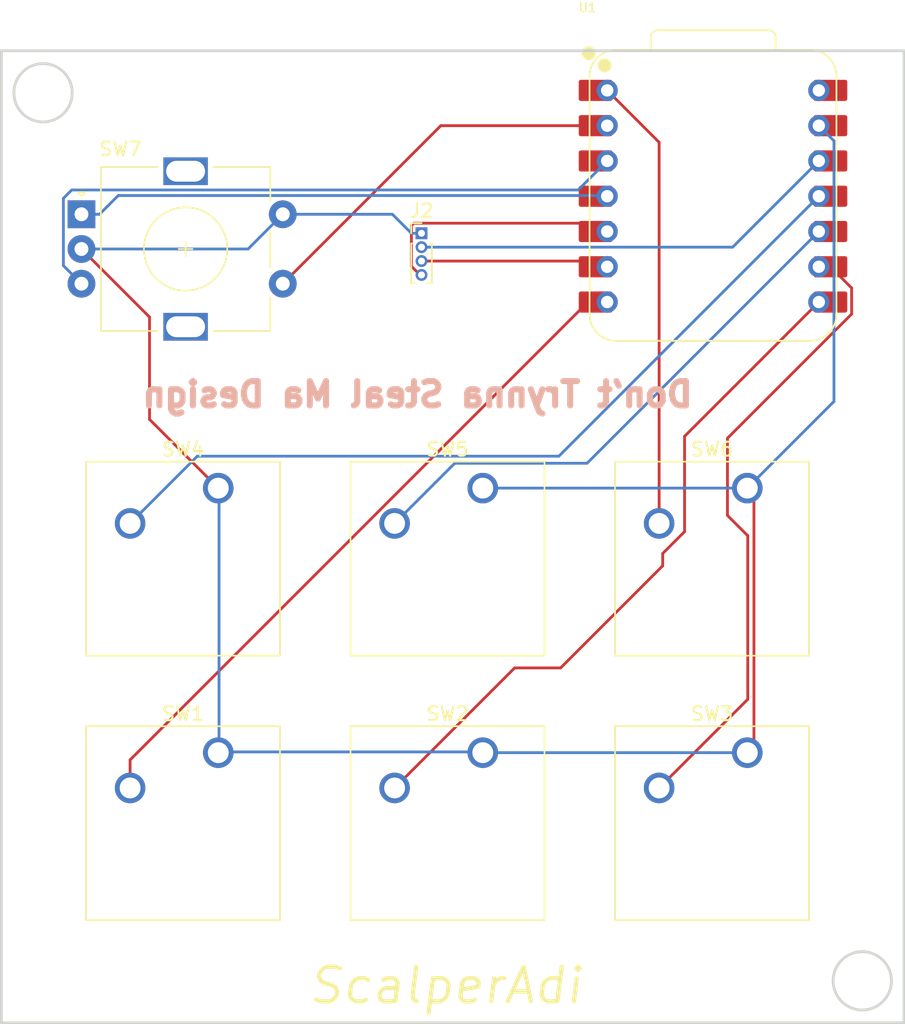
<source format=kicad_pcb>
(kicad_pcb (version 20241229) (generator "pcbnew") (generator_version "9.0")
  (layers (0 "F.Cu" signal) (2 "B.Cu" signal) (13 "F.Paste" user) (15 "B.Paste" user) (5 "F.SilkS" user "F.Silkscreen") (7 "B.SilkS" user "B.Silkscreen") (1 "F.Mask" user) (3 "B.Mask" user) (25 "Edge.Cuts" user))
  (net 0 "")
  (net 1 "VCC")
  (net 2 "GND")
  (net 3 "SCL")
  (net 4 "SDA")
  (net 5 "SW1")
  (net 6 "SW2")
  (net 7 "SW3")
  (net 8 "SW4")
  (net 9 "SW5")
  (net 10 "SW6")
  (net 11 "SWB")
  (net 12 "SWA")
  (net 13 "S1")
  (footprint "Button_Switch_Keyboard:SW_Cherry_MX_1.00u_PCB" (layer "F.Cu") (at 149.6695 109.22)
    (property "Reference" "SW5" (at -2.54 -2.794 0) (layer "F.SilkS"))
    (property "Value" "SW_Push")
    (fp_line (start -9.525 -1.905) (end 4.445 -1.905) (stroke (width 0.12)) (layer "F.SilkS"))
    (fp_line (start -9.525 12.065) (end -9.525 -1.905) (stroke (width 0.12)) (layer "F.SilkS"))
    (fp_line (start 4.445 -1.905) (end 4.445 12.065) (stroke (width 0.12)) (layer "F.SilkS"))
    (fp_line (start 4.445 12.065) (end -9.525 12.065) (stroke (width 0.12)) (layer "F.SilkS"))
    (pad "" np_thru_hole circle (at -7.62 5.08) (size 1.7 1.7) (drill 1.7) (layers "*.Cu" "*.Mask"))
    (pad "" np_thru_hole circle (at -2.54 5.08) (size 4 4) (drill 4) (layers "*.Cu" "*.Mask"))
    (pad "" np_thru_hole circle (at 2.54 5.08) (size 1.7 1.7) (drill 1.7) (layers "*.Cu" "*.Mask"))
    (pad "1" thru_hole circle (at 0 0) (size 2.2 2.2) (drill 1.5) (layers "*.Cu" "*.Mask") (net 2 "GND"))
    (pad "2" thru_hole circle (at -6.35 2.54) (size 2.2 2.2) (drill 1.5) (layers "*.Cu" "*.Mask") (net 9 "SW5"))
  )
  (footprint "Button_Switch_Keyboard:SW_Cherry_MX_1.00u_PCB" (layer "F.Cu") (at 168.7195 128.27)
    (property "Reference" "SW3" (at -2.54 -2.794 0) (layer "F.SilkS"))
    (property "Value" "SW_Push")
    (fp_line (start -9.525 -1.905) (end 4.445 -1.905) (stroke (width 0.12)) (layer "F.SilkS"))
    (fp_line (start -9.525 12.065) (end -9.525 -1.905) (stroke (width 0.12)) (layer "F.SilkS"))
    (fp_line (start 4.445 -1.905) (end 4.445 12.065) (stroke (width 0.12)) (layer "F.SilkS"))
    (fp_line (start 4.445 12.065) (end -9.525 12.065) (stroke (width 0.12)) (layer "F.SilkS"))
    (pad "" np_thru_hole circle (at -7.62 5.08) (size 1.7 1.7) (drill 1.7) (layers "*.Cu" "*.Mask"))
    (pad "" np_thru_hole circle (at -2.54 5.08) (size 4 4) (drill 4) (layers "*.Cu" "*.Mask"))
    (pad "" np_thru_hole circle (at 2.54 5.08) (size 1.7 1.7) (drill 1.7) (layers "*.Cu" "*.Mask"))
    (pad "1" thru_hole circle (at 0 0) (size 2.2 2.2) (drill 1.5) (layers "*.Cu" "*.Mask") (net 2 "GND"))
    (pad "2" thru_hole circle (at -6.35 2.54) (size 2.2 2.2) (drill 1.5) (layers "*.Cu" "*.Mask") (net 7 "SW3"))
  )
  (footprint "Connector_PinHeader_1.00mm:PinHeader_1x04_P1.00mm_Vertical" (layer "F.Cu") (at 145.2563 90.8687)
    (property "Reference" "J2" (at 0 -1.61 0) (layer "F.SilkS"))
    (property "Value" "Conn_01x04_Pin")
    (fp_line (start -0.745 -0.735) (end 0 -0.735) (stroke (width 0.12)) (layer "F.SilkS"))
    (fp_line (start -0.745 0) (end -0.745 -0.735) (stroke (width 0.12)) (layer "F.SilkS"))
    (fp_line (start -0.745 0.735) (end -0.745 3.61) (stroke (width 0.12)) (layer "F.SilkS"))
    (fp_line (start -0.745 0.735) (end -0.685565 0.735) (stroke (width 0.12)) (layer "F.SilkS"))
    (fp_line (start -0.745 3.61) (end -0.41003 3.61) (stroke (width 0.12)) (layer "F.SilkS"))
    (fp_line (start 0.41003 3.61) (end 0.745 3.61) (stroke (width 0.12)) (layer "F.SilkS"))
    (fp_line (start 0.685565 0.735) (end 0.745 0.735) (stroke (width 0.12)) (layer "F.SilkS"))
    (fp_line (start 0.745 0.735) (end 0.745 3.61) (stroke (width 0.12)) (layer "F.SilkS"))
    (pad "1" thru_hole rect (at 0 0) (size 0.85 0.85) (drill 0.5) (layers "*.Cu" "*.Mask") (net 2 "GND"))
    (pad "2" thru_hole circle (at 0 1) (size 0.85 0.85) (drill 0.5) (layers "*.Cu" "*.Mask") (net 1 "VCC"))
    (pad "3" thru_hole circle (at 0 2) (size 0.85 0.85) (drill 0.5) (layers "*.Cu" "*.Mask") (net 3 "SCL"))
    (pad "4" thru_hole circle (at 0 3) (size 0.85 0.85) (drill 0.5) (layers "*.Cu" "*.Mask") (net 4 "SDA"))
  )
  (footprint "Button_Switch_Keyboard:SW_Cherry_MX_1.00u_PCB" (layer "F.Cu") (at 130.6195 128.27)
    (property "Reference" "SW1" (at -2.54 -2.794 0) (layer "F.SilkS"))
    (property "Value" "SW_Push")
    (fp_line (start -9.525 -1.905) (end 4.445 -1.905) (stroke (width 0.12)) (layer "F.SilkS"))
    (fp_line (start -9.525 12.065) (end -9.525 -1.905) (stroke (width 0.12)) (layer "F.SilkS"))
    (fp_line (start 4.445 -1.905) (end 4.445 12.065) (stroke (width 0.12)) (layer "F.SilkS"))
    (fp_line (start 4.445 12.065) (end -9.525 12.065) (stroke (width 0.12)) (layer "F.SilkS"))
    (pad "" np_thru_hole circle (at -7.62 5.08) (size 1.7 1.7) (drill 1.7) (layers "*.Cu" "*.Mask"))
    (pad "" np_thru_hole circle (at -2.54 5.08) (size 4 4) (drill 4) (layers "*.Cu" "*.Mask"))
    (pad "" np_thru_hole circle (at 2.54 5.08) (size 1.7 1.7) (drill 1.7) (layers "*.Cu" "*.Mask"))
    (pad "1" thru_hole circle (at 0 0) (size 2.2 2.2) (drill 1.5) (layers "*.Cu" "*.Mask") (net 2 "GND"))
    (pad "2" thru_hole circle (at -6.35 2.54) (size 2.2 2.2) (drill 1.5) (layers "*.Cu" "*.Mask") (net 5 "SW1"))
  )
  (footprint "Button_Switch_Keyboard:SW_Cherry_MX_1.00u_PCB" (layer "F.Cu") (at 168.7195 109.22)
    (property "Reference" "SW6" (at -2.54 -2.794 0) (layer "F.SilkS"))
    (property "Value" "SW_Push")
    (fp_line (start -9.525 -1.905) (end 4.445 -1.905) (stroke (width 0.12)) (layer "F.SilkS"))
    (fp_line (start -9.525 12.065) (end -9.525 -1.905) (stroke (width 0.12)) (layer "F.SilkS"))
    (fp_line (start 4.445 -1.905) (end 4.445 12.065) (stroke (width 0.12)) (layer "F.SilkS"))
    (fp_line (start 4.445 12.065) (end -9.525 12.065) (stroke (width 0.12)) (layer "F.SilkS"))
    (pad "" np_thru_hole circle (at -7.62 5.08) (size 1.7 1.7) (drill 1.7) (layers "*.Cu" "*.Mask"))
    (pad "" np_thru_hole circle (at -2.54 5.08) (size 4 4) (drill 4) (layers "*.Cu" "*.Mask"))
    (pad "" np_thru_hole circle (at 2.54 5.08) (size 1.7 1.7) (drill 1.7) (layers "*.Cu" "*.Mask"))
    (pad "1" thru_hole circle (at 0 0) (size 2.2 2.2) (drill 1.5) (layers "*.Cu" "*.Mask") (net 2 "GND"))
    (pad "2" thru_hole circle (at -6.35 2.54) (size 2.2 2.2) (drill 1.5) (layers "*.Cu" "*.Mask") (net 10 "SW6"))
  )
  (footprint "OPL:XIAO-RP2040-DIP" (layer "F.Cu") (at 166.25 88.2)
    (property "Reference" "U1" (at -9.04 -13.58 0) (layer "F.SilkS") (effects (font (size 0.635 0.635) (thickness 0.1016))))
    (property "Value" "XIAO-RP2040-DIP")
    (fp_line (start -8.89 8.509) (end -8.89 -8.636) (stroke (width 0.127)) (layer "F.SilkS"))
    (fp_line (start -6.985 10.414) (end 6.985 10.414) (stroke (width 0.127)) (layer "F.SilkS"))
    (fp_line (start -4.495 -10.541) (end -4.491272 -11.451272) (stroke (width 0.127)) (layer "F.SilkS"))
    (fp_line (start -3.991272 -11.951) (end 4.004 -11.951) (stroke (width 0.127)) (layer "F.SilkS"))
    (fp_line (start 4.504 -11.451) (end 4.504 -10.541) (stroke (width 0.127)) (layer "F.SilkS"))
    (fp_line (start 6.985 -10.541) (end -6.985 -10.541) (stroke (width 0.1)) (layer "F.SilkS"))
    (fp_line (start 6.985 -10.541) (end -6.985 -10.541) (stroke (width 0.127)) (layer "F.SilkS"))
    (fp_line (start 8.89 8.509) (end 8.89 -8.636) (stroke (width 0.127)) (layer "F.SilkS"))
    (fp_arc (start -8.89 -8.636) (mid -8.332038 -9.983038) (end -6.985 -10.541) (stroke (width 0.127)) (layer "F.SilkS"))
    (fp_arc (start -6.985 10.414) (mid -8.332038 9.856038) (end -8.89 8.509) (stroke (width 0.127)) (layer "F.SilkS"))
    (fp_arc (start -4.491272 -11.451272) (mid -4.344728 -11.80464) (end -3.991272 -11.951) (stroke (width 0.127)) (layer "F.SilkS"))
    (fp_arc (start 4.004 -11.951) (mid 4.357553 -11.804553) (end 4.504 -11.451) (stroke (width 0.127)) (layer "F.SilkS"))
    (fp_arc (start 6.985 -10.541) (mid 8.332038 -9.983038) (end 8.89 -8.636) (stroke (width 0.127)) (layer "F.SilkS"))
    (fp_arc (start 8.89 8.509) (mid 8.332038 9.856038) (end 6.985 10.414) (stroke (width 0.127)) (layer "F.SilkS"))
    (fp_circle (center -8.95 -10.3) (end -8.95 -10.554) (stroke (width 0.5)) (fill yes) (layer "F.SilkS"))
    (fp_circle (center -7.807 -9.42) (end -7.807 -9.674) (stroke (width 0.5)) (fill yes) (layer "F.SilkS"))
    (pad "1" smd roundrect (at -8.455 -7.62 180) (size 2.432 1.524) (layers "F.Cu" "F.Mask") (roundrect_rratio 0.1) (net 10 "SW6"))
    (pad "1" thru_hole circle (at -7.62 -7.62 180) (size 1.524 1.524) (drill 0.889) (layers "*.Cu" "*.Mask") (net 10 "SW6"))
    (pad "2" smd roundrect (at -8.455 -5.08 180) (size 2.432 1.524) (layers "F.Cu" "F.Mask") (roundrect_rratio 0.1) (net 13 "S1"))
    (pad "2" thru_hole circle (at -7.62 -5.08 180) (size 1.524 1.524) (drill 0.889) (layers "*.Cu" "*.Mask") (net 13 "S1"))
    (pad "3" smd roundrect (at -8.455 -2.54 180) (size 2.432 1.524) (layers "F.Cu" "F.Mask") (roundrect_rratio 0.1) (net 11 "SWB"))
    (pad "3" thru_hole circle (at -7.62 -2.54 180) (size 1.524 1.524) (drill 0.889) (layers "*.Cu" "*.Mask") (net 11 "SWB"))
    (pad "4" smd roundrect (at -8.455 0 180) (size 2.432 1.524) (layers "F.Cu" "F.Mask") (roundrect_rratio 0.1) (net 12 "SWA"))
    (pad "4" thru_hole circle (at -7.62 0 180) (size 1.524 1.524) (drill 0.889) (layers "*.Cu" "*.Mask") (net 12 "SWA"))
    (pad "5" smd roundrect (at -8.455 2.54 180) (size 2.432 1.524) (layers "F.Cu" "F.Mask") (roundrect_rratio 0.1) (net 4 "SDA"))
    (pad "5" thru_hole circle (at -7.62 2.54 180) (size 1.524 1.524) (drill 0.889) (layers "*.Cu" "*.Mask") (net 4 "SDA"))
    (pad "6" smd roundrect (at -8.455 5.08 180) (size 2.432 1.524) (layers "F.Cu" "F.Mask") (roundrect_rratio 0.1) (net 3 "SCL"))
    (pad "6" thru_hole circle (at -7.62 5.08 180) (size 1.524 1.524) (drill 0.889) (layers "*.Cu" "*.Mask") (net 3 "SCL"))
    (pad "7" smd roundrect (at -8.455 7.62 180) (size 2.432 1.524) (layers "F.Cu" "F.Mask") (roundrect_rratio 0.1) (net 5 "SW1"))
    (pad "7" thru_hole circle (at -7.62 7.62 180) (size 1.524 1.524) (drill 0.889) (layers "*.Cu" "*.Mask") (net 5 "SW1"))
    (pad "8" thru_hole circle (at 7.62 7.62) (size 1.524 1.524) (drill 0.889) (layers "*.Cu" "*.Mask") (net 6 "SW2"))
    (pad "8" smd roundrect (at 8.455 7.62) (size 2.432 1.524) (layers "F.Cu" "F.Mask") (roundrect_rratio 0.1) (net 6 "SW2"))
    (pad "9" thru_hole circle (at 7.62 5.08) (size 1.524 1.524) (drill 0.889) (layers "*.Cu" "*.Mask") (net 7 "SW3"))
    (pad "9" smd roundrect (at 8.455 5.08) (size 2.432 1.524) (layers "F.Cu" "F.Mask") (roundrect_rratio 0.1) (net 7 "SW3"))
    (pad "10" thru_hole circle (at 7.62 2.54) (size 1.524 1.524) (drill 0.889) (layers "*.Cu" "*.Mask") (net 9 "SW5"))
    (pad "10" smd roundrect (at 8.455 2.54) (size 2.432 1.524) (layers "F.Cu" "F.Mask") (roundrect_rratio 0.1) (net 9 "SW5"))
    (pad "11" thru_hole circle (at 7.62 0) (size 1.524 1.524) (drill 0.889) (layers "*.Cu" "*.Mask") (net 8 "SW4"))
    (pad "11" smd roundrect (at 8.455 0) (size 2.432 1.524) (layers "F.Cu" "F.Mask") (roundrect_rratio 0.1) (net 8 "SW4"))
    (pad "12" thru_hole circle (at 7.62 -2.54) (size 1.524 1.524) (drill 0.889) (layers "*.Cu" "*.Mask") (net 1 "VCC"))
    (pad "12" smd roundrect (at 8.455 -2.54) (size 2.432 1.524) (layers "F.Cu" "F.Mask") (roundrect_rratio 0.1) (net 1 "VCC"))
    (pad "13" thru_hole circle (at 7.62 -5.08) (size 1.524 1.524) (drill 0.889) (layers "*.Cu" "*.Mask") (net 2 "GND"))
    (pad "13" smd roundrect (at 8.455 -5.08) (size 2.432 1.524) (layers "F.Cu" "F.Mask") (roundrect_rratio 0.1) (net 2 "GND"))
    (pad "14" thru_hole circle (at 7.62 -7.62) (size 1.524 1.524) (drill 0.889) (layers "*.Cu" "*.Mask"))
    (pad "14" smd roundrect (at 8.455 -7.62) (size 2.432 1.524) (layers "F.Cu" "F.Mask") (roundrect_rratio 0.1))
  )
  (footprint "Button_Switch_Keyboard:SW_Cherry_MX_1.00u_PCB" (layer "F.Cu") (at 149.6695 128.27)
    (property "Reference" "SW2" (at -2.54 -2.794 0) (layer "F.SilkS"))
    (property "Value" "SW_Push")
    (fp_line (start -9.525 -1.905) (end 4.445 -1.905) (stroke (width 0.12)) (layer "F.SilkS"))
    (fp_line (start -9.525 12.065) (end -9.525 -1.905) (stroke (width 0.12)) (layer "F.SilkS"))
    (fp_line (start 4.445 -1.905) (end 4.445 12.065) (stroke (width 0.12)) (layer "F.SilkS"))
    (fp_line (start 4.445 12.065) (end -9.525 12.065) (stroke (width 0.12)) (layer "F.SilkS"))
    (pad "" np_thru_hole circle (at -7.62 5.08) (size 1.7 1.7) (drill 1.7) (layers "*.Cu" "*.Mask"))
    (pad "" np_thru_hole circle (at -2.54 5.08) (size 4 4) (drill 4) (layers "*.Cu" "*.Mask"))
    (pad "" np_thru_hole circle (at 2.54 5.08) (size 1.7 1.7) (drill 1.7) (layers "*.Cu" "*.Mask"))
    (pad "1" thru_hole circle (at 0 0) (size 2.2 2.2) (drill 1.5) (layers "*.Cu" "*.Mask") (net 2 "GND"))
    (pad "2" thru_hole circle (at -6.35 2.54) (size 2.2 2.2) (drill 1.5) (layers "*.Cu" "*.Mask") (net 6 "SW2"))
  )
  (footprint "Button_Switch_Keyboard:SW_Cherry_MX_1.00u_PCB" (layer "F.Cu") (at 130.6195 109.22)
    (property "Reference" "SW4" (at -2.54 -2.794 0) (layer "F.SilkS"))
    (property "Value" "SW_Push")
    (fp_line (start -9.525 -1.905) (end 4.445 -1.905) (stroke (width 0.12)) (layer "F.SilkS"))
    (fp_line (start -9.525 12.065) (end -9.525 -1.905) (stroke (width 0.12)) (layer "F.SilkS"))
    (fp_line (start 4.445 -1.905) (end 4.445 12.065) (stroke (width 0.12)) (layer "F.SilkS"))
    (fp_line (start 4.445 12.065) (end -9.525 12.065) (stroke (width 0.12)) (layer "F.SilkS"))
    (pad "" np_thru_hole circle (at -7.62 5.08) (size 1.7 1.7) (drill 1.7) (layers "*.Cu" "*.Mask"))
    (pad "" np_thru_hole circle (at -2.54 5.08) (size 4 4) (drill 4) (layers "*.Cu" "*.Mask"))
    (pad "" np_thru_hole circle (at 2.54 5.08) (size 1.7 1.7) (drill 1.7) (layers "*.Cu" "*.Mask"))
    (pad "1" thru_hole circle (at 0 0) (size 2.2 2.2) (drill 1.5) (layers "*.Cu" "*.Mask") (net 2 "GND"))
    (pad "2" thru_hole circle (at -6.35 2.54) (size 2.2 2.2) (drill 1.5) (layers "*.Cu" "*.Mask") (net 8 "SW4"))
  )
  (footprint "ENCODER:RotaryEncoder_Alps_EC11E-Switch_Vertical_H20mm" (layer "F.Cu") (at 120.766 89.5)
    (property "Reference" "SW7" (at 2.8 -4.7 0) (layer "F.SilkS"))
    (property "Value" "RotaryEncoder_Switch")
    (fp_line (start -0.3 -1.6) (end 0.3 -1.6) (stroke (width 0.12)) (layer "F.SilkS"))
    (fp_line (start 0 -1.3) (end -0.3 -1.6) (stroke (width 0.12)) (layer "F.SilkS"))
    (fp_line (start 0.3 -1.6) (end 0 -1.3) (stroke (width 0.12)) (layer "F.SilkS"))
    (fp_line (start 1.4 -3.4) (end 1.4 8.4) (stroke (width 0.12)) (layer "F.SilkS"))
    (fp_line (start 5.5 -3.4) (end 1.4 -3.4) (stroke (width 0.12)) (layer "F.SilkS"))
    (fp_line (start 5.5 8.4) (end 1.4 8.4) (stroke (width 0.12)) (layer "F.SilkS"))
    (fp_line (start 7 2.5) (end 8 2.5) (stroke (width 0.12)) (layer "F.SilkS"))
    (fp_line (start 7.5 2) (end 7.5 3) (stroke (width 0.12)) (layer "F.SilkS"))
    (fp_line (start 9.5 -3.4) (end 13.6 -3.4) (stroke (width 0.12)) (layer "F.SilkS"))
    (fp_line (start 13.6 -3.4) (end 13.6 -1) (stroke (width 0.12)) (layer "F.SilkS"))
    (fp_line (start 13.6 1.2) (end 13.6 3.8) (stroke (width 0.12)) (layer "F.SilkS"))
    (fp_line (start 13.6 6) (end 13.6 8.4) (stroke (width 0.12)) (layer "F.SilkS"))
    (fp_line (start 13.6 8.4) (end 9.5 8.4) (stroke (width 0.12)) (layer "F.SilkS"))
    (fp_circle (center 7.5 2.5) (end 10.5 2.5) (stroke (width 0.12)) (fill no) (layer "F.SilkS"))
    (pad "A" thru_hole rect (at 0 0) (size 2 2) (drill 1) (layers "*.Cu" "*.Mask") (net 12 "SWA"))
    (pad "B" thru_hole circle (at 0 5) (size 2 2) (drill 1) (layers "*.Cu" "*.Mask") (net 11 "SWB"))
    (pad "C" thru_hole circle (at 0 2.5) (size 2 2) (drill 1) (layers "*.Cu" "*.Mask") (net 2 "GND"))
    (pad "MP" thru_hole rect (at 7.5 -3.1) (size 3.2 2) (drill oval 2.8 1.5) (layers "*.Cu" "*.Mask"))
    (pad "MP" thru_hole rect (at 7.5 8.1) (size 3.2 2) (drill oval 2.8 1.5) (layers "*.Cu" "*.Mask"))
    (pad "S1" thru_hole circle (at 14.5 5) (size 2 2) (drill 1) (layers "*.Cu" "*.Mask") (net 13 "S1"))
    (pad "S2" thru_hole circle (at 14.5 0) (size 2 2) (drill 1) (layers "*.Cu" "*.Mask") (net 2 "GND"))
  )
  (gr_circle (center 118 80.75) (end 120.1 80.75) (stroke (width 0.2)) (fill no) (layer "Edge.Cuts"))
  (gr_circle (center 177 144.7) (end 179.1 144.7) (stroke (width 0.2)) (fill no) (layer "Edge.Cuts"))
  (gr_rect (start 115 77.724) (end 180 147.724) (stroke (width 0.2)) (fill no) (layer "Edge.Cuts"))
  (gr_text "ScalperAdi" (at 137 146.5 0) (layer "F.SilkS") (effects (font (size 2.5 2.5) (thickness 0.3) (bold yes) (italic yes)) (justify left bottom)))
  (gr_text "Don't Trynna Steal Ma Design" (at 165 103.5 0) (layer "B.SilkS") (effects (font (size 1.75 1.75) (thickness 0.4375) (bold yes)) (justify left bottom mirror)))
  (segment (start 174.705 85.66) (end 173.87 85.66) (width 0.2) (layer "F.Cu") (net 1))
  (segment (start 173.87 85.66) (end 167.6613 91.8687) (width 0.2) (layer "B.Cu") (net 1))
  (segment (start 167.6613 91.8687) (end 145.2563 91.8687) (width 0.2) (layer "B.Cu") (net 1))
  (segment (start 169.1975 127.792) (end 169.1975 109.698) (width 0.2) (layer "F.Cu") (net 2))
  (segment (start 120.766 92) (end 125.6697 96.9037) (width 0.2) (layer "F.Cu") (net 2))
  (segment (start 168.7195 128.27) (end 169.1975 127.792) (width 0.2) (layer "F.Cu") (net 2))
  (segment (start 125.6697 104.2702) (end 130.6195 109.22) (width 0.2) (layer "F.Cu") (net 2))
  (segment (start 173.87 83.12) (end 174.705 83.12) (width 0.2) (layer "F.Cu") (net 2))
  (segment (start 125.6697 96.9037) (end 125.6697 104.2702) (width 0.2) (layer "F.Cu") (net 2))
  (segment (start 169.1975 109.698) (end 168.7195 109.22) (width 0.2) (layer "F.Cu") (net 2))
  (segment (start 149.6695 128.27) (end 168.7195 128.27) (width 0.2) (layer "B.Cu") (net 2))
  (segment (start 149.6147 128.2152) (end 149.6695 128.27) (width 0.2) (layer "B.Cu") (net 2))
  (segment (start 130.6195 109.22) (end 130.6743 109.2748) (width 0.2) (layer "B.Cu") (net 2))
  (segment (start 168.7195 109.22) (end 149.6695 109.22) (width 0.2) (layer "B.Cu") (net 2))
  (segment (start 120.766 92) (end 132.766 92) (width 0.2) (layer "B.Cu") (net 2))
  (segment (start 132.766 92) (end 135.266 89.5) (width 0.2) (layer "B.Cu") (net 2))
  (segment (start 135.266 89.5) (end 143.1625 89.5) (width 0.2) (layer "B.Cu") (net 2))
  (segment (start 174.9603 102.9792) (end 168.7195 109.22) (width 0.2) (layer "B.Cu") (net 2))
  (segment (start 174.9603 84.2103) (end 174.9603 102.9792) (width 0.2) (layer "B.Cu") (net 2))
  (segment (start 130.6743 109.2748) (end 130.6743 128.2152) (width 0.2) (layer "B.Cu") (net 2))
  (segment (start 143.1625 89.5) (end 144.5312 90.8687) (width 0.2) (layer "B.Cu") (net 2))
  (segment (start 145.2563 90.8687) (end 144.5312 90.8687) (width 0.2) (layer "B.Cu") (net 2))
  (segment (start 173.87 83.12) (end 174.9603 84.2103) (width 0.2) (layer "B.Cu") (net 2))
  (segment (start 130.6743 128.2152) (end 149.6147 128.2152) (width 0.2) (layer "B.Cu") (net 2))
  (segment (start 130.6743 128.2152) (end 130.6195 128.27) (width 0.2) (layer "B.Cu") (net 2))
  (segment (start 157.3837 92.8687) (end 145.2563 92.8687) (width 0.2) (layer "F.Cu") (net 3))
  (segment (start 158.63 93.28) (end 157.795 93.28) (width 0.2) (layer "F.Cu") (net 3))
  (segment (start 157.795 93.28) (end 157.3837 92.8687) (width 0.2) (layer "F.Cu") (net 3))
  (segment (start 144.5266 93.2413) (end 145.154 93.8687) (width 0.2) (layer "F.Cu") (net 4))
  (segment (start 144.5266 90.3121) (end 144.5266 93.2413) (width 0.2) (layer "F.Cu") (net 4))
  (segment (start 157.795 90.74) (end 157.1985 90.1435) (width 0.2) (layer "F.Cu") (net 4))
  (segment (start 144.6952 90.1435) (end 144.5266 90.3121) (width 0.2) (layer "F.Cu") (net 4))
  (segment (start 145.154 93.8687) (end 145.2563 93.8687) (width 0.2) (layer "F.Cu") (net 4))
  (segment (start 157.1985 90.1435) (end 144.6952 90.1435) (width 0.2) (layer "F.Cu") (net 4))
  (segment (start 158.63 90.74) (end 157.795 90.74) (width 0.2) (layer "F.Cu") (net 4))
  (segment (start 124.2695 128.788) (end 124.2695 130.81) (width 0.2) (layer "F.Cu") (net 5))
  (segment (start 157.2375 95.82) (end 124.2695 128.788) (width 0.2) (layer "F.Cu") (net 5))
  (segment (start 157.795 95.82) (end 157.2375 95.82) (width 0.2) (layer "F.Cu") (net 5))
  (segment (start 158.63 95.82) (end 157.795 95.82) (width 0.2) (layer "F.Cu") (net 5))
  (segment (start 162.6264 113.9277) (end 162.6264 114.8121) (width 0.2) (layer "F.Cu") (net 6))
  (segment (start 173.87 95.82) (end 164.2026 105.4874) (width 0.2) (layer "F.Cu") (net 6))
  (segment (start 162.6264 114.8121) (end 155.2729 122.1656) (width 0.2) (layer "F.Cu") (net 6))
  (segment (start 151.9639 122.1656) (end 143.3195 130.81) (width 0.2) (layer "F.Cu") (net 6))
  (segment (start 164.2026 112.3515) (end 162.6264 113.9277) (width 0.2) (layer "F.Cu") (net 6))
  (segment (start 174.705 95.82) (end 173.87 95.82) (width 0.2) (layer "F.Cu") (net 6))
  (segment (start 155.2729 122.1656) (end 151.9639 122.1656) (width 0.2) (layer "F.Cu") (net 6))
  (segment (start 164.2026 105.4874) (end 164.2026 112.3515) (width 0.2) (layer "F.Cu") (net 6))
  (segment (start 176.2333 94.8083) (end 176.2333 96.6827) (width 0.2) (layer "F.Cu") (net 7))
  (segment (start 167.2903 111.1868) (end 168.7532 112.6497) (width 0.2) (layer "F.Cu") (net 7))
  (segment (start 173.87 93.28) (end 174.705 93.28) (width 0.2) (layer "F.Cu") (net 7))
  (segment (start 168.7532 124.4263) (end 162.3695 130.81) (width 0.2) (layer "F.Cu") (net 7))
  (segment (start 174.705 93.28) (end 176.2333 94.8083) (width 0.2) (layer "F.Cu") (net 7))
  (segment (start 168.7532 112.6497) (end 168.7532 124.4263) (width 0.2) (layer "F.Cu") (net 7))
  (segment (start 176.2333 96.6827) (end 167.2903 105.6257) (width 0.2) (layer "F.Cu") (net 7))
  (segment (start 167.2903 105.6257) (end 167.2903 111.1868) (width 0.2) (layer "F.Cu") (net 7))
  (segment (start 174.705 88.2) (end 173.87 88.2) (width 0.2) (layer "F.Cu") (net 8))
  (segment (start 155.151 106.919) (end 129.1105 106.919) (width 0.2) (layer "B.Cu") (net 8))
  (segment (start 173.87 88.2) (end 155.151 106.919) (width 0.2) (layer "B.Cu") (net 8))
  (segment (start 129.1105 106.919) (end 124.2695 111.76) (width 0.2) (layer "B.Cu") (net 8))
  (segment (start 174.705 90.74) (end 173.87 90.74) (width 0.2) (layer "F.Cu") (net 9))
  (segment (start 147.6516 107.4279) (end 143.3195 111.76) (width 0.2) (layer "B.Cu") (net 9))
  (segment (start 157.1821 107.4279) (end 147.6516 107.4279) (width 0.2) (layer "B.Cu") (net 9))
  (segment (start 173.87 90.74) (end 157.1821 107.4279) (width 0.2) (layer "B.Cu") (net 9))
  (segment (start 158.63 80.58) (end 162.3695 84.3195) (width 0.2) (layer "F.Cu") (net 10))
  (segment (start 158.63 80.58) (end 157.795 80.58) (width 0.2) (layer "F.Cu") (net 10))
  (segment (start 162.3695 84.3195) (end 162.3695 111.76) (width 0.2) (layer "F.Cu") (net 10))
  (segment (start 158.63 85.66) (end 157.795 85.66) (width 0.2) (layer "F.Cu") (net 11))
  (segment (start 156.5397 87.7503) (end 158.63 85.66) (width 0.2) (layer "B.Cu") (net 11))
  (segment (start 119.4658 93.1998) (end 119.4658 88.3498) (width 0.2) (layer "B.Cu") (net 11))
  (segment (start 119.4658 88.3498) (end 120.0653 87.7503) (width 0.2) (layer "B.Cu") (net 11))
  (segment (start 120.0653 87.7503) (end 156.5397 87.7503) (width 0.2) (layer "B.Cu") (net 11))
  (segment (start 120.766 94.5) (end 119.4658 93.1998) (width 0.2) (layer "B.Cu") (net 11))
  (segment (start 158.63 88.2) (end 157.795 88.2) (width 0.2) (layer "F.Cu") (net 12))
  (segment (start 120.766 89.5) (end 122.0661 89.5) (width 0.2) (layer "B.Cu") (net 12))
  (segment (start 122.0661 89.5) (end 123.4156 88.1505) (width 0.2) (layer "B.Cu") (net 12))
  (segment (start 158.5805 88.1505) (end 158.63 88.2) (width 0.2) (layer "B.Cu") (net 12))
  (segment (start 123.4156 88.1505) (end 158.5805 88.1505) (width 0.2) (layer "B.Cu") (net 12))
  (segment (start 158.63 83.12) (end 157.795 83.12) (width 0.2) (layer "F.Cu") (net 13))
  (segment (start 146.646 83.12) (end 157.795 83.12) (width 0.2) (layer "F.Cu") (net 13))
  (segment (start 135.266 94.5) (end 146.646 83.12) (width 0.2) (layer "F.Cu") (net 13))
)
</source>
